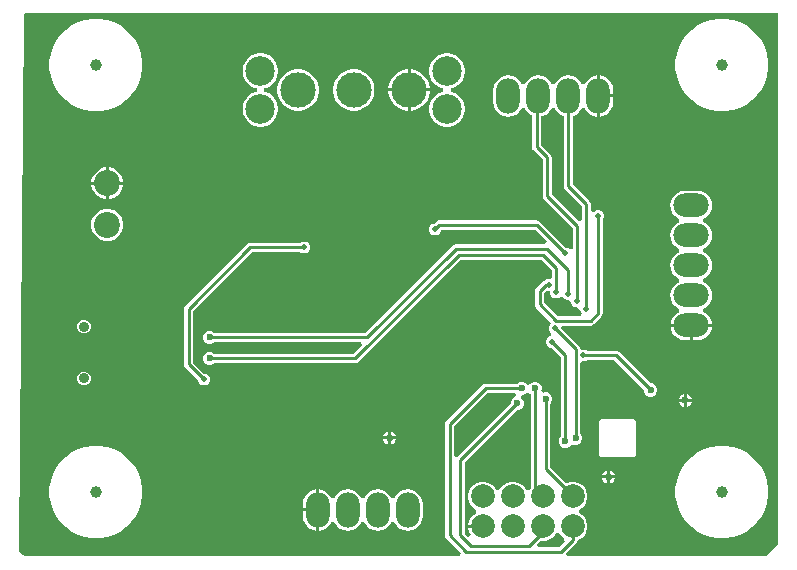
<source format=gbl>
G04*
G04 #@! TF.GenerationSoftware,Altium Limited,Altium Designer,24.10.1 (45)*
G04*
G04 Layer_Physical_Order=2*
G04 Layer_Color=16711680*
%FSLAX25Y25*%
%MOIN*%
G70*
G04*
G04 #@! TF.SameCoordinates,545B6B6C-97C6-4FAA-9EA4-23BCF6F6AA29*
G04*
G04*
G04 #@! TF.FilePolarity,Positive*
G04*
G01*
G75*
%ADD69C,0.01000*%
%ADD72O,0.07874X0.11811*%
%ADD73O,0.11811X0.07874*%
%ADD74C,0.07874*%
%ADD75C,0.11811*%
%ADD76C,0.09843*%
%ADD77C,0.03543*%
%ADD78C,0.03937*%
%ADD79C,0.08661*%
%ADD80C,0.02362*%
%ADD81C,0.01968*%
G36*
X167442Y55923D02*
X167618Y55681D01*
X167606Y55448D01*
X167215Y54536D01*
X166764Y54349D01*
X166151Y53736D01*
X165819Y52934D01*
Y52482D01*
X148029Y34692D01*
X147573Y34764D01*
X147029Y35051D01*
Y44866D01*
X158133Y55971D01*
X167350D01*
X167442Y55923D01*
D02*
G37*
G36*
X172471Y55555D02*
Y24395D01*
X172056Y23677D01*
X171760Y23593D01*
X171240D01*
X170944Y23677D01*
X170451Y24531D01*
X169531Y25451D01*
X168406Y26101D01*
X167150Y26437D01*
X165850D01*
X164594Y26101D01*
X163469Y25451D01*
X162549Y24531D01*
X162056Y23677D01*
X161760Y23593D01*
X161240D01*
X160944Y23677D01*
X160451Y24531D01*
X159531Y25451D01*
X158406Y26101D01*
X157150Y26437D01*
X155850D01*
X154594Y26101D01*
X153469Y25451D01*
X152549Y24531D01*
X151899Y23406D01*
X151563Y22150D01*
Y20850D01*
X151899Y19594D01*
X152549Y18469D01*
X153469Y17549D01*
X154323Y17056D01*
X154407Y16760D01*
Y16240D01*
X154323Y15944D01*
X153469Y15451D01*
X152549Y14531D01*
X151899Y13406D01*
X151563Y12150D01*
Y12000D01*
X156500D01*
Y11000D01*
X151563D01*
Y10850D01*
X151899Y9594D01*
X152469Y8608D01*
X151669Y7994D01*
X150529Y9133D01*
Y32866D01*
X167982Y50319D01*
X168434D01*
X169236Y50651D01*
X169849Y51265D01*
X170181Y52066D01*
Y52934D01*
X169849Y53736D01*
X169266Y54319D01*
X169273Y54481D01*
X169507Y55319D01*
X169934D01*
X170736Y55651D01*
X171151Y56066D01*
X171554Y56146D01*
X172471Y55555D01*
D02*
G37*
G36*
X182056Y9323D02*
X182549Y8469D01*
X183469Y7549D01*
X183656Y7441D01*
X183787Y6450D01*
X181867Y4529D01*
X174999D01*
X174616Y5453D01*
X175752Y6589D01*
X175850Y6563D01*
X177150D01*
X178406Y6899D01*
X179531Y7549D01*
X180451Y8469D01*
X180944Y9323D01*
X181240Y9407D01*
X181760D01*
X182056Y9323D01*
D02*
G37*
G36*
X255000Y5500D02*
X251029Y1529D01*
X184607D01*
X184192Y2529D01*
X187581Y5918D01*
X187913Y6415D01*
X187987Y6787D01*
X188406Y6899D01*
X189531Y7549D01*
X190451Y8469D01*
X191101Y9594D01*
X191437Y10850D01*
Y12150D01*
X191101Y13406D01*
X190451Y14531D01*
X189531Y15451D01*
X188678Y15944D01*
X188593Y16240D01*
Y16760D01*
X188678Y17056D01*
X189531Y17549D01*
X190451Y18469D01*
X191101Y19594D01*
X191437Y20850D01*
Y22150D01*
X191101Y23406D01*
X190451Y24531D01*
X189531Y25451D01*
X188406Y26101D01*
X187150Y26437D01*
X185850D01*
X184594Y26101D01*
X184257Y25906D01*
X179029Y31133D01*
Y52445D01*
X179349Y52764D01*
X179681Y53566D01*
Y54434D01*
X179349Y55235D01*
X178735Y55849D01*
X177934Y56181D01*
X177066D01*
X176862Y56097D01*
X176096Y56862D01*
X176181Y57066D01*
Y57934D01*
X175849Y58736D01*
X175235Y59349D01*
X174434Y59681D01*
X173566D01*
X172765Y59349D01*
X172349Y58934D01*
X171750Y58815D01*
X171151Y58934D01*
X170736Y59349D01*
X169934Y59681D01*
X169066D01*
X168264Y59349D01*
X167945Y59029D01*
X157500D01*
X156915Y58913D01*
X156419Y58581D01*
X144419Y46581D01*
X144087Y46085D01*
X143971Y45500D01*
Y8500D01*
X144087Y7915D01*
X144419Y7419D01*
X149308Y2529D01*
X148893Y1529D01*
X5000D01*
X4972Y1524D01*
X4099Y1639D01*
X3260Y1986D01*
X2539Y2539D01*
X1986Y3260D01*
X1938Y3377D01*
X3494Y182293D01*
X4000Y182500D01*
X255000D01*
Y5500D01*
D02*
G37*
%LPC*%
G36*
X185000Y161948D02*
X183711Y161778D01*
X182510Y161281D01*
X181479Y160490D01*
X180687Y159458D01*
X180541Y159105D01*
X179459D01*
X179313Y159458D01*
X178521Y160490D01*
X177490Y161281D01*
X176289Y161778D01*
X175000Y161948D01*
X173711Y161778D01*
X172510Y161281D01*
X171479Y160490D01*
X170687Y159458D01*
X170541Y159105D01*
X169459D01*
X169313Y159458D01*
X168521Y160490D01*
X167490Y161281D01*
X166289Y161778D01*
X165000Y161948D01*
X163711Y161778D01*
X162510Y161281D01*
X161479Y160490D01*
X160687Y159458D01*
X160190Y158257D01*
X160020Y156968D01*
Y153032D01*
X160190Y151743D01*
X160687Y150542D01*
X161479Y149510D01*
X162510Y148719D01*
X163711Y148222D01*
X165000Y148052D01*
X166289Y148222D01*
X167490Y148719D01*
X168521Y149510D01*
X169313Y150542D01*
X169459Y150895D01*
X170541D01*
X170687Y150542D01*
X171479Y149510D01*
X172510Y148719D01*
X172971Y148528D01*
Y138000D01*
X173087Y137415D01*
X173419Y136919D01*
X176471Y133867D01*
Y121500D01*
X176587Y120915D01*
X176919Y120419D01*
X186471Y110866D01*
Y104142D01*
X186450Y104129D01*
X185471Y103835D01*
X185124Y104182D01*
X184395Y104484D01*
X184179D01*
X175581Y113081D01*
X175085Y113413D01*
X174500Y113529D01*
X142000D01*
X141415Y113413D01*
X140919Y113081D01*
X140321Y112484D01*
X140105D01*
X139376Y112182D01*
X138818Y111624D01*
X138516Y110895D01*
Y110105D01*
X138818Y109376D01*
X139376Y108818D01*
X140105Y108516D01*
X140895D01*
X141624Y108818D01*
X142182Y109376D01*
X142484Y110105D01*
Y110321D01*
X142633Y110471D01*
X173866D01*
X177808Y106529D01*
X177393Y105529D01*
X147500D01*
X146915Y105413D01*
X146419Y105081D01*
X117367Y76029D01*
X67055D01*
X66736Y76349D01*
X65934Y76681D01*
X65066D01*
X64265Y76349D01*
X63651Y75735D01*
X63319Y74934D01*
Y74066D01*
X63651Y73264D01*
X64265Y72651D01*
X65066Y72319D01*
X65934D01*
X66736Y72651D01*
X67055Y72971D01*
X116001D01*
X116384Y72047D01*
X113366Y69029D01*
X67055D01*
X66736Y69349D01*
X65934Y69681D01*
X65066D01*
X64265Y69349D01*
X63651Y68735D01*
X63319Y67934D01*
Y67066D01*
X63651Y66264D01*
X64265Y65651D01*
X65066Y65319D01*
X65934D01*
X66736Y65651D01*
X67055Y65971D01*
X114000D01*
X114585Y66087D01*
X115081Y66419D01*
X149134Y100471D01*
X175866D01*
X179471Y96867D01*
Y94369D01*
X178895Y93984D01*
X178105D01*
X177376Y93682D01*
X177155Y93461D01*
X176915Y93413D01*
X176419Y93081D01*
X174419Y91081D01*
X174087Y90585D01*
X173971Y90000D01*
Y85500D01*
X174087Y84915D01*
X174419Y84419D01*
X179422Y79415D01*
X179376Y79182D01*
X178818Y78624D01*
X178516Y77895D01*
Y77105D01*
X178818Y76376D01*
X179210Y75984D01*
X179145Y75363D01*
X179119Y75263D01*
X178962Y74925D01*
X178376Y74682D01*
X177818Y74124D01*
X177516Y73395D01*
Y72605D01*
X177818Y71876D01*
X178376Y71318D01*
X179105Y71016D01*
X179321D01*
X182471Y67866D01*
Y41555D01*
X182151Y41236D01*
X181819Y40434D01*
Y39566D01*
X182151Y38765D01*
X182764Y38151D01*
X183566Y37819D01*
X184434D01*
X185236Y38151D01*
X185849Y38765D01*
X186970Y38859D01*
X187066Y38819D01*
X187934D01*
X188735Y39151D01*
X189349Y39764D01*
X189681Y40566D01*
Y41434D01*
X189349Y42235D01*
X189029Y42555D01*
Y66131D01*
X189605Y66516D01*
X190395D01*
X191124Y66818D01*
X191277Y66971D01*
X200366D01*
X210319Y57018D01*
Y56566D01*
X210651Y55765D01*
X211264Y55151D01*
X212066Y54819D01*
X212934D01*
X213736Y55151D01*
X214349Y55765D01*
X214681Y56566D01*
Y57434D01*
X214349Y58236D01*
X213736Y58849D01*
X212934Y59181D01*
X212482D01*
X202081Y69581D01*
X201585Y69913D01*
X201000Y70029D01*
X191277D01*
X191124Y70182D01*
X190395Y70484D01*
X189605D01*
X188913Y71085D01*
X188581Y71581D01*
X182692Y77471D01*
X182986Y78471D01*
X192500D01*
X193085Y78587D01*
X193581Y78919D01*
X196081Y81419D01*
X196413Y81915D01*
X196529Y82500D01*
Y107500D01*
Y113723D01*
X196682Y113876D01*
X196984Y114605D01*
Y115395D01*
X196682Y116124D01*
X196124Y116682D01*
X195395Y116984D01*
X194605D01*
X193876Y116682D01*
X193529Y116335D01*
X192550Y116629D01*
X192529Y116642D01*
Y119000D01*
X192413Y119585D01*
X192081Y120081D01*
X186529Y125634D01*
Y148321D01*
X187490Y148719D01*
X188521Y149510D01*
X189313Y150542D01*
X189459Y150895D01*
X190541D01*
X190688Y150542D01*
X191479Y149510D01*
X192510Y148719D01*
X193711Y148222D01*
X194500Y148118D01*
Y155000D01*
Y161882D01*
X193711Y161778D01*
X192510Y161281D01*
X191479Y160490D01*
X190688Y159458D01*
X190541Y159105D01*
X189459D01*
X189313Y159458D01*
X188521Y160490D01*
X187490Y161281D01*
X186289Y161778D01*
X185000Y161948D01*
D02*
G37*
G36*
X132680Y163906D02*
X132500D01*
Y157500D01*
X138906D01*
Y157680D01*
X138640Y159014D01*
X138120Y160271D01*
X137364Y161402D01*
X136402Y162364D01*
X135271Y163120D01*
X134014Y163640D01*
X132680Y163906D01*
D02*
G37*
G36*
X131500D02*
X131320D01*
X129986Y163640D01*
X128729Y163120D01*
X127598Y162364D01*
X126636Y161402D01*
X125880Y160271D01*
X125360Y159014D01*
X125094Y157680D01*
Y157500D01*
X131500D01*
Y163906D01*
D02*
G37*
G36*
X195500Y161882D02*
Y155500D01*
X199980D01*
Y156968D01*
X199810Y158257D01*
X199312Y159458D01*
X198521Y160490D01*
X197490Y161281D01*
X196289Y161778D01*
X195500Y161882D01*
D02*
G37*
G36*
X138906Y156500D02*
X132500D01*
Y150094D01*
X132680D01*
X134014Y150360D01*
X135271Y150880D01*
X136402Y151636D01*
X137364Y152598D01*
X138120Y153729D01*
X138640Y154986D01*
X138906Y156320D01*
Y156500D01*
D02*
G37*
G36*
X131500D02*
X125094D01*
Y156320D01*
X125360Y154986D01*
X125880Y153729D01*
X126636Y152598D01*
X127598Y151636D01*
X128729Y150880D01*
X129986Y150360D01*
X131320Y150094D01*
X131500D01*
Y156500D01*
D02*
G37*
G36*
X114176Y163906D02*
X112816D01*
X111482Y163640D01*
X110225Y163120D01*
X109094Y162364D01*
X108132Y161402D01*
X107377Y160271D01*
X106856Y159014D01*
X106591Y157680D01*
Y156320D01*
X106856Y154986D01*
X107377Y153729D01*
X108132Y152598D01*
X109094Y151636D01*
X110225Y150880D01*
X111482Y150360D01*
X112816Y150094D01*
X114176D01*
X115510Y150360D01*
X116767Y150880D01*
X117898Y151636D01*
X118860Y152598D01*
X119616Y153729D01*
X120136Y154986D01*
X120402Y156320D01*
Y157680D01*
X120136Y159014D01*
X119616Y160271D01*
X118860Y161402D01*
X117898Y162364D01*
X116767Y163120D01*
X115510Y163640D01*
X114176Y163906D01*
D02*
G37*
G36*
X95672D02*
X94312D01*
X92978Y163640D01*
X91721Y163120D01*
X90590Y162364D01*
X89628Y161402D01*
X88872Y160271D01*
X88352Y159014D01*
X88087Y157680D01*
Y156320D01*
X88352Y154986D01*
X88872Y153729D01*
X89628Y152598D01*
X90590Y151636D01*
X91721Y150880D01*
X92978Y150360D01*
X94312Y150094D01*
X95672D01*
X97006Y150360D01*
X98263Y150880D01*
X99394Y151636D01*
X100356Y152598D01*
X101112Y153729D01*
X101632Y154986D01*
X101898Y156320D01*
Y157680D01*
X101632Y159014D01*
X101112Y160271D01*
X100356Y161402D01*
X99394Y162364D01*
X98263Y163120D01*
X97006Y163640D01*
X95672Y163906D01*
D02*
G37*
G36*
X237437Y180815D02*
X235004D01*
X232600Y180434D01*
X230286Y179682D01*
X228117Y178577D01*
X226149Y177147D01*
X224428Y175426D01*
X222997Y173458D01*
X221892Y171289D01*
X221141Y168975D01*
X220760Y166571D01*
Y164138D01*
X221141Y161734D01*
X221892Y159420D01*
X222997Y157251D01*
X224428Y155282D01*
X226149Y153562D01*
X228117Y152131D01*
X230286Y151026D01*
X232600Y150274D01*
X235004Y149894D01*
X237437D01*
X239841Y150274D01*
X242155Y151026D01*
X244324Y152131D01*
X246292Y153562D01*
X248013Y155282D01*
X249444Y157251D01*
X250548Y159420D01*
X251300Y161734D01*
X251681Y164138D01*
Y166571D01*
X251300Y168975D01*
X250548Y171289D01*
X249444Y173458D01*
X248013Y175426D01*
X246292Y177147D01*
X244324Y178577D01*
X242155Y179682D01*
X239841Y180434D01*
X237437Y180815D01*
D02*
G37*
G36*
X28776D02*
X26342D01*
X23939Y180434D01*
X21624Y179682D01*
X19456Y178577D01*
X17487Y177147D01*
X15766Y175426D01*
X14336Y173458D01*
X13231Y171289D01*
X12479Y168975D01*
X12098Y166571D01*
Y164138D01*
X12479Y161734D01*
X13231Y159420D01*
X14336Y157251D01*
X15766Y155282D01*
X17487Y153562D01*
X19456Y152131D01*
X21624Y151026D01*
X23939Y150274D01*
X26342Y149894D01*
X28776D01*
X31179Y150274D01*
X33494Y151026D01*
X35662Y152131D01*
X37631Y153562D01*
X39352Y155282D01*
X40782Y157251D01*
X41887Y159420D01*
X42639Y161734D01*
X43020Y164138D01*
Y166571D01*
X42639Y168975D01*
X41887Y171289D01*
X40782Y173458D01*
X39352Y175426D01*
X37631Y177147D01*
X35662Y178577D01*
X33494Y179682D01*
X31179Y180434D01*
X28776Y180815D01*
D02*
G37*
G36*
X199980Y154500D02*
X195500D01*
Y148118D01*
X196289Y148222D01*
X197490Y148719D01*
X198521Y149510D01*
X199312Y150542D01*
X199810Y151743D01*
X199980Y153032D01*
Y154500D01*
D02*
G37*
G36*
X145182Y169220D02*
X144015D01*
X142871Y168993D01*
X141794Y168547D01*
X140824Y167899D01*
X139999Y167074D01*
X139351Y166104D01*
X138905Y165026D01*
X138677Y163882D01*
Y162716D01*
X138905Y161572D01*
X139351Y160494D01*
X139999Y159525D01*
X140824Y158700D01*
X141794Y158052D01*
X142871Y157606D01*
X143352Y157510D01*
Y156490D01*
X142871Y156395D01*
X141794Y155948D01*
X140824Y155300D01*
X139999Y154475D01*
X139351Y153506D01*
X138905Y152428D01*
X138677Y151284D01*
Y150118D01*
X138905Y148974D01*
X139351Y147896D01*
X139999Y146926D01*
X140824Y146101D01*
X141794Y145453D01*
X142871Y145007D01*
X144015Y144780D01*
X145182D01*
X146326Y145007D01*
X147403Y145453D01*
X148373Y146101D01*
X149198Y146926D01*
X149846Y147896D01*
X150292Y148974D01*
X150520Y150118D01*
Y151284D01*
X150292Y152428D01*
X149846Y153506D01*
X149198Y154475D01*
X148373Y155300D01*
X147403Y155948D01*
X146326Y156395D01*
X145844Y156490D01*
Y157510D01*
X146326Y157606D01*
X147403Y158052D01*
X148373Y158700D01*
X149198Y159525D01*
X149846Y160494D01*
X150292Y161572D01*
X150520Y162716D01*
Y163882D01*
X150292Y165026D01*
X149846Y166104D01*
X149198Y167074D01*
X148373Y167899D01*
X147403Y168547D01*
X146326Y168993D01*
X145182Y169220D01*
D02*
G37*
G36*
X82977D02*
X81810D01*
X80667Y168993D01*
X79589Y168547D01*
X78619Y167899D01*
X77794Y167074D01*
X77146Y166104D01*
X76700Y165026D01*
X76472Y163882D01*
Y162716D01*
X76700Y161572D01*
X77146Y160494D01*
X77794Y159525D01*
X78619Y158700D01*
X79589Y158052D01*
X80667Y157606D01*
X81148Y157510D01*
Y156490D01*
X80667Y156395D01*
X79589Y155948D01*
X78619Y155300D01*
X77794Y154475D01*
X77146Y153506D01*
X76700Y152428D01*
X76472Y151284D01*
Y150118D01*
X76700Y148974D01*
X77146Y147896D01*
X77794Y146926D01*
X78619Y146101D01*
X79589Y145453D01*
X80667Y145007D01*
X81810Y144780D01*
X82977D01*
X84121Y145007D01*
X85198Y145453D01*
X86168Y146101D01*
X86993Y146926D01*
X87641Y147896D01*
X88087Y148974D01*
X88315Y150118D01*
Y151284D01*
X88087Y152428D01*
X87641Y153506D01*
X86993Y154475D01*
X86168Y155300D01*
X85198Y155948D01*
X84121Y156395D01*
X83640Y156490D01*
Y157510D01*
X84121Y157606D01*
X85198Y158052D01*
X86168Y158700D01*
X86993Y159525D01*
X87641Y160494D01*
X88087Y161572D01*
X88315Y162716D01*
Y163882D01*
X88087Y165026D01*
X87641Y166104D01*
X86993Y167074D01*
X86168Y167899D01*
X85198Y168547D01*
X84121Y168993D01*
X82977Y169220D01*
D02*
G37*
G36*
X32088Y131220D02*
X31886D01*
Y126390D01*
X36716D01*
Y126592D01*
X36353Y127947D01*
X35651Y129163D01*
X34659Y130155D01*
X33443Y130857D01*
X32088Y131220D01*
D02*
G37*
G36*
X30886D02*
X30684D01*
X29328Y130857D01*
X28113Y130155D01*
X27120Y129163D01*
X26418Y127947D01*
X26055Y126592D01*
Y126390D01*
X30886D01*
Y131220D01*
D02*
G37*
G36*
X36716Y125390D02*
X31886D01*
Y120559D01*
X32088D01*
X33443Y120922D01*
X34659Y121624D01*
X35651Y122617D01*
X36353Y123832D01*
X36716Y125188D01*
Y125390D01*
D02*
G37*
G36*
X30886D02*
X26055D01*
Y125188D01*
X26418Y123832D01*
X27120Y122617D01*
X28113Y121624D01*
X29328Y120922D01*
X30684Y120559D01*
X30886D01*
Y125390D01*
D02*
G37*
G36*
X32088Y117441D02*
X30684D01*
X29328Y117078D01*
X28113Y116376D01*
X27120Y115383D01*
X26418Y114168D01*
X26055Y112812D01*
Y111408D01*
X26418Y110053D01*
X27120Y108837D01*
X28113Y107845D01*
X29328Y107143D01*
X30684Y106780D01*
X32088D01*
X33443Y107143D01*
X34659Y107845D01*
X35651Y108837D01*
X36353Y110053D01*
X36716Y111408D01*
Y112812D01*
X36353Y114168D01*
X35651Y115383D01*
X34659Y116376D01*
X33443Y117078D01*
X32088Y117441D01*
D02*
G37*
G36*
X97395Y106484D02*
X96605D01*
X95876Y106182D01*
X95723Y106029D01*
X79000D01*
X78415Y105913D01*
X77919Y105581D01*
X57419Y85081D01*
X57087Y84585D01*
X56971Y84000D01*
Y65500D01*
X57087Y64915D01*
X57419Y64419D01*
X61516Y60321D01*
Y60105D01*
X61818Y59376D01*
X62376Y58818D01*
X63105Y58516D01*
X63895D01*
X64624Y58818D01*
X65182Y59376D01*
X65484Y60105D01*
Y60895D01*
X65182Y61624D01*
X64624Y62182D01*
X63895Y62484D01*
X63679D01*
X60029Y66133D01*
Y83367D01*
X79633Y102971D01*
X95723D01*
X95876Y102818D01*
X96605Y102516D01*
X97395D01*
X98124Y102818D01*
X98682Y103376D01*
X98984Y104105D01*
Y104895D01*
X98682Y105624D01*
X98124Y106182D01*
X97395Y106484D01*
D02*
G37*
G36*
X227969Y123480D02*
X224031D01*
X222743Y123310D01*
X221542Y122812D01*
X220510Y122021D01*
X219719Y120990D01*
X219222Y119789D01*
X219052Y118500D01*
X219222Y117211D01*
X219719Y116010D01*
X220510Y114979D01*
X221542Y114188D01*
X221895Y114041D01*
Y112959D01*
X221542Y112812D01*
X220510Y112021D01*
X219719Y110990D01*
X219222Y109789D01*
X219052Y108500D01*
X219222Y107211D01*
X219719Y106010D01*
X220510Y104979D01*
X221542Y104188D01*
X221895Y104041D01*
Y102959D01*
X221542Y102813D01*
X220510Y102021D01*
X219719Y100990D01*
X219222Y99789D01*
X219052Y98500D01*
X219222Y97211D01*
X219719Y96010D01*
X220510Y94979D01*
X221542Y94187D01*
X221895Y94041D01*
Y92959D01*
X221542Y92813D01*
X220510Y92021D01*
X219719Y90990D01*
X219222Y89789D01*
X219052Y88500D01*
X219222Y87211D01*
X219719Y86010D01*
X220510Y84979D01*
X221542Y84188D01*
X221895Y84041D01*
Y82959D01*
X221542Y82812D01*
X220510Y82021D01*
X219719Y80990D01*
X219222Y79789D01*
X219118Y79000D01*
X226000D01*
X232882D01*
X232778Y79789D01*
X232281Y80990D01*
X231490Y82021D01*
X230458Y82812D01*
X230105Y82959D01*
Y84041D01*
X230458Y84188D01*
X231490Y84979D01*
X232281Y86010D01*
X232778Y87211D01*
X232948Y88500D01*
X232778Y89789D01*
X232281Y90990D01*
X231490Y92021D01*
X230458Y92813D01*
X230105Y92959D01*
Y94041D01*
X230458Y94187D01*
X231490Y94979D01*
X232281Y96010D01*
X232778Y97211D01*
X232948Y98500D01*
X232778Y99789D01*
X232281Y100990D01*
X231490Y102021D01*
X230458Y102813D01*
X230105Y102959D01*
Y104041D01*
X230458Y104188D01*
X231490Y104979D01*
X232281Y106010D01*
X232778Y107211D01*
X232948Y108500D01*
X232778Y109789D01*
X232281Y110990D01*
X231490Y112021D01*
X230458Y112812D01*
X230105Y112959D01*
Y114041D01*
X230458Y114188D01*
X231490Y114979D01*
X232281Y116010D01*
X232778Y117211D01*
X232948Y118500D01*
X232778Y119789D01*
X232281Y120990D01*
X231490Y122021D01*
X230458Y122812D01*
X229257Y123310D01*
X227969Y123480D01*
D02*
G37*
G36*
X23971Y80433D02*
X23068D01*
X22233Y80087D01*
X21594Y79448D01*
X21248Y78613D01*
Y77710D01*
X21594Y76875D01*
X22233Y76236D01*
X23068Y75890D01*
X23971D01*
X24806Y76236D01*
X25446Y76875D01*
X25791Y77710D01*
Y78613D01*
X25446Y79448D01*
X24806Y80087D01*
X23971Y80433D01*
D02*
G37*
G36*
X232882Y78000D02*
X226500D01*
Y73520D01*
X227969D01*
X229257Y73690D01*
X230458Y74187D01*
X231490Y74979D01*
X232281Y76010D01*
X232778Y77211D01*
X232882Y78000D01*
D02*
G37*
G36*
X225500D02*
X219118D01*
X219222Y77211D01*
X219719Y76010D01*
X220510Y74979D01*
X221542Y74187D01*
X222743Y73690D01*
X224031Y73520D01*
X225500D01*
Y78000D01*
D02*
G37*
G36*
X23971Y63110D02*
X23068D01*
X22233Y62764D01*
X21594Y62125D01*
X21248Y61290D01*
Y60387D01*
X21594Y59552D01*
X22233Y58913D01*
X23068Y58567D01*
X23971D01*
X24806Y58913D01*
X25446Y59552D01*
X25791Y60387D01*
Y61290D01*
X25446Y62125D01*
X24806Y62764D01*
X23971Y63110D01*
D02*
G37*
G36*
X224500Y55654D02*
Y54000D01*
X226154D01*
X225849Y54735D01*
X225236Y55349D01*
X224500Y55654D01*
D02*
G37*
G36*
X223500D02*
X222764Y55349D01*
X222151Y54735D01*
X221846Y54000D01*
X223500D01*
Y55654D01*
D02*
G37*
G36*
X226154Y53000D02*
X224500D01*
Y51346D01*
X225236Y51651D01*
X225849Y52264D01*
X226154Y53000D01*
D02*
G37*
G36*
X223500D02*
X221846D01*
X222151Y52264D01*
X222764Y51651D01*
X223500Y51346D01*
Y53000D01*
D02*
G37*
G36*
X126000Y43154D02*
Y41500D01*
X127654D01*
X127349Y42235D01*
X126735Y42849D01*
X126000Y43154D01*
D02*
G37*
G36*
X125000D02*
X124265Y42849D01*
X123651Y42235D01*
X123346Y41500D01*
X125000D01*
Y43154D01*
D02*
G37*
G36*
X127654Y40500D02*
X126000D01*
Y38846D01*
X126735Y39151D01*
X127349Y39764D01*
X127654Y40500D01*
D02*
G37*
G36*
X125000D02*
X123346D01*
X123651Y39764D01*
X124265Y39151D01*
X125000Y38846D01*
Y40500D01*
D02*
G37*
G36*
X206618Y47335D02*
X196382D01*
X195992Y47257D01*
X195661Y47036D01*
X195440Y46705D01*
X195362Y46315D01*
Y35685D01*
X195440Y35295D01*
X195661Y34964D01*
X195992Y34743D01*
X196382Y34665D01*
X206618D01*
X207008Y34743D01*
X207339Y34964D01*
X207560Y35295D01*
X207638Y35685D01*
Y46315D01*
X207560Y46705D01*
X207339Y47036D01*
X207008Y47257D01*
X206618Y47335D01*
D02*
G37*
G36*
X199000Y30154D02*
Y28500D01*
X200654D01*
X200349Y29236D01*
X199735Y29849D01*
X199000Y30154D01*
D02*
G37*
G36*
X198000D02*
X197265Y29849D01*
X196651Y29236D01*
X196346Y28500D01*
X198000D01*
Y30154D01*
D02*
G37*
G36*
X200654Y27500D02*
X199000D01*
Y25846D01*
X199735Y26151D01*
X200349Y26765D01*
X200654Y27500D01*
D02*
G37*
G36*
X198000D02*
X196346D01*
X196651Y26765D01*
X197265Y26151D01*
X198000Y25846D01*
Y27500D01*
D02*
G37*
G36*
X131500Y23948D02*
X130211Y23778D01*
X129010Y23281D01*
X127979Y22490D01*
X127188Y21458D01*
X127041Y21105D01*
X125959D01*
X125812Y21458D01*
X125021Y22490D01*
X123990Y23281D01*
X122789Y23778D01*
X121500Y23948D01*
X120211Y23778D01*
X119010Y23281D01*
X117979Y22490D01*
X117188Y21458D01*
X117041Y21105D01*
X115959D01*
X115813Y21458D01*
X115021Y22490D01*
X113990Y23281D01*
X112789Y23778D01*
X111500Y23948D01*
X110211Y23778D01*
X109010Y23281D01*
X107979Y22490D01*
X107187Y21458D01*
X107041Y21105D01*
X105959D01*
X105813Y21458D01*
X105021Y22490D01*
X103990Y23281D01*
X102789Y23778D01*
X102000Y23882D01*
Y17000D01*
Y10118D01*
X102789Y10222D01*
X103990Y10719D01*
X105021Y11510D01*
X105813Y12542D01*
X105959Y12895D01*
X107041D01*
X107187Y12542D01*
X107979Y11510D01*
X109010Y10719D01*
X110211Y10222D01*
X111500Y10052D01*
X112789Y10222D01*
X113990Y10719D01*
X115021Y11510D01*
X115813Y12542D01*
X115959Y12895D01*
X117041D01*
X117188Y12542D01*
X117979Y11510D01*
X119010Y10719D01*
X120211Y10222D01*
X121500Y10052D01*
X122789Y10222D01*
X123990Y10719D01*
X125021Y11510D01*
X125812Y12542D01*
X125959Y12895D01*
X127041D01*
X127188Y12542D01*
X127979Y11510D01*
X129010Y10719D01*
X130211Y10222D01*
X131500Y10052D01*
X132789Y10222D01*
X133990Y10719D01*
X135021Y11510D01*
X135812Y12542D01*
X136310Y13743D01*
X136480Y15032D01*
Y18969D01*
X136310Y20257D01*
X135812Y21458D01*
X135021Y22490D01*
X133990Y23281D01*
X132789Y23778D01*
X131500Y23948D01*
D02*
G37*
G36*
X101000Y23882D02*
X100211Y23778D01*
X99010Y23281D01*
X97979Y22490D01*
X97188Y21458D01*
X96690Y20257D01*
X96520Y18969D01*
Y17500D01*
X101000D01*
Y23882D01*
D02*
G37*
G36*
Y16500D02*
X96520D01*
Y15032D01*
X96690Y13743D01*
X97188Y12542D01*
X97979Y11510D01*
X99010Y10719D01*
X100211Y10222D01*
X101000Y10118D01*
Y16500D01*
D02*
G37*
G36*
X237437Y38461D02*
X235004D01*
X232600Y38080D01*
X230286Y37328D01*
X228117Y36223D01*
X226149Y34793D01*
X224428Y33072D01*
X222997Y31103D01*
X221892Y28935D01*
X221141Y26620D01*
X220760Y24217D01*
Y21783D01*
X221141Y19380D01*
X221892Y17065D01*
X222997Y14897D01*
X224428Y12928D01*
X226149Y11207D01*
X228117Y9777D01*
X230286Y8672D01*
X232600Y7920D01*
X235004Y7539D01*
X237437D01*
X239841Y7920D01*
X242155Y8672D01*
X244324Y9777D01*
X246292Y11207D01*
X248013Y12928D01*
X249444Y14897D01*
X250548Y17065D01*
X251300Y19380D01*
X251681Y21783D01*
Y24217D01*
X251300Y26620D01*
X250548Y28935D01*
X249444Y31103D01*
X248013Y33072D01*
X246292Y34793D01*
X244324Y36223D01*
X242155Y37328D01*
X239841Y38080D01*
X237437Y38461D01*
D02*
G37*
G36*
X28776D02*
X26342D01*
X23939Y38080D01*
X21624Y37328D01*
X19456Y36223D01*
X17487Y34793D01*
X15766Y33072D01*
X14336Y31103D01*
X13231Y28935D01*
X12479Y26620D01*
X12098Y24217D01*
Y21783D01*
X12479Y19380D01*
X13231Y17065D01*
X14336Y14897D01*
X15766Y12928D01*
X17487Y11207D01*
X19456Y9777D01*
X21624Y8672D01*
X23939Y7920D01*
X26342Y7539D01*
X28776D01*
X31179Y7920D01*
X33494Y8672D01*
X35662Y9777D01*
X37631Y11207D01*
X39352Y12928D01*
X40782Y14897D01*
X41887Y17065D01*
X42639Y19380D01*
X43020Y21783D01*
Y24217D01*
X42639Y26620D01*
X41887Y28935D01*
X40782Y31103D01*
X39352Y33072D01*
X37631Y34793D01*
X35662Y36223D01*
X33494Y37328D01*
X31179Y38080D01*
X28776Y38461D01*
D02*
G37*
%LPD*%
G36*
X180687Y150542D02*
X181479Y149510D01*
X182510Y148719D01*
X183471Y148321D01*
Y125000D01*
X183587Y124415D01*
X183919Y123919D01*
X189471Y118367D01*
Y113607D01*
X188471Y113192D01*
X179529Y122134D01*
Y134500D01*
X179413Y135085D01*
X179081Y135581D01*
X176029Y138634D01*
Y148187D01*
X176289Y148222D01*
X177490Y148719D01*
X178521Y149510D01*
X179313Y150542D01*
X179459Y150895D01*
X180541D01*
X180687Y150542D01*
D02*
G37*
G36*
X178105Y90016D02*
X178909Y89909D01*
X179016Y89105D01*
X179318Y88376D01*
X179876Y87818D01*
X180605Y87516D01*
X181395D01*
X182124Y87818D01*
X182220Y87914D01*
X183297Y87877D01*
X183403Y87791D01*
X183876Y87318D01*
X184605Y87016D01*
X185092D01*
X185428Y86972D01*
X186016Y86191D01*
Y86105D01*
X186318Y85376D01*
X186876Y84818D01*
X187605Y84516D01*
X188092D01*
X188428Y84472D01*
X189016Y83691D01*
Y83605D01*
X189318Y82876D01*
X189664Y82529D01*
X189372Y81550D01*
X189358Y81529D01*
X181633D01*
X177029Y86133D01*
Y89367D01*
X177804Y90141D01*
X178105Y90016D01*
D02*
G37*
D69*
X65500Y67500D02*
X114000D01*
X148500Y102000D02*
X176500D01*
X114000Y67500D02*
X148500Y102000D01*
X65500Y74500D02*
X118000D01*
X147500Y104000D02*
X178000D01*
X118000Y74500D02*
X147500Y104000D01*
X178000D02*
X185000Y97000D01*
X58500Y65500D02*
Y84000D01*
Y65500D02*
X63500Y60500D01*
X58500Y84000D02*
X79000Y104500D01*
X97000D01*
X140500Y110500D02*
X142000Y112000D01*
X174500D01*
X184000Y102500D01*
X185000Y91000D02*
Y97000D01*
Y89000D02*
Y91000D01*
X191000Y84000D02*
Y119000D01*
X185000Y125000D02*
X191000Y119000D01*
X185000Y125000D02*
Y155000D01*
X174500Y154500D02*
X175000Y155000D01*
X174500Y138000D02*
Y154500D01*
Y138000D02*
X178000Y134500D01*
Y121500D02*
Y134500D01*
Y121500D02*
X188000Y111500D01*
Y86500D02*
Y111500D01*
X181000Y80000D02*
X192500D01*
X175500Y85500D02*
Y90000D01*
Y85500D02*
X181000Y80000D01*
X195000Y82500D02*
Y107500D01*
X192500Y80000D02*
X195000Y82500D01*
Y107500D02*
Y115000D01*
X177500Y92000D02*
X178500D01*
X175500Y90000D02*
X177500Y92000D01*
X176500Y102000D02*
X181000Y97500D01*
Y89500D02*
Y97500D01*
X177500Y30500D02*
X186500Y21500D01*
X177500Y30500D02*
Y54000D01*
X174000Y24000D02*
X176500Y21500D01*
X174000Y24000D02*
Y57500D01*
X149000Y8500D02*
X152500Y5000D01*
X172000D02*
X176500Y9500D01*
X152500Y5000D02*
X172000D01*
X149000Y8500D02*
Y33500D01*
X176500Y9500D02*
Y11500D01*
X149000Y33500D02*
X168000Y52500D01*
X145500Y8500D02*
Y45500D01*
X157500Y57500D02*
X169500D01*
X145500Y45500D02*
X157500Y57500D01*
X182500Y3000D02*
X186500Y7000D01*
Y11500D01*
X151000Y3000D02*
X182500D01*
X145500Y8500D02*
X151000Y3000D01*
X187500Y41000D02*
Y70500D01*
X180500Y77500D02*
X187500Y70500D01*
X184000Y40000D02*
Y68500D01*
X179500Y73000D02*
X184000Y68500D01*
X190000D02*
X201000D01*
X212500Y57000D01*
D72*
X121500Y17000D02*
D03*
X101500D02*
D03*
X131500D02*
D03*
X111500D02*
D03*
X175000Y155000D02*
D03*
X195000D02*
D03*
X165000D02*
D03*
X185000D02*
D03*
D73*
X226000Y88500D02*
D03*
Y108500D02*
D03*
Y78500D02*
D03*
Y118500D02*
D03*
Y98500D02*
D03*
D74*
X156500Y21500D02*
D03*
X166500D02*
D03*
X176500D02*
D03*
X186500D02*
D03*
Y11500D02*
D03*
X176500D02*
D03*
X166500D02*
D03*
X156500D02*
D03*
D75*
X94992Y157000D02*
D03*
X113496D02*
D03*
X132000D02*
D03*
D76*
X82394Y150701D02*
D03*
Y163299D02*
D03*
X144598Y150701D02*
D03*
Y163299D02*
D03*
D77*
X23520Y60839D02*
D03*
Y78161D02*
D03*
D78*
X236221Y23000D02*
D03*
X27559D02*
D03*
Y165354D02*
D03*
X236221D02*
D03*
D79*
X31386Y112110D02*
D03*
Y125890D02*
D03*
D80*
X224000Y53500D02*
D03*
X198500Y28000D02*
D03*
X125500Y41000D02*
D03*
X65500Y67500D02*
D03*
Y74500D02*
D03*
X169500Y57500D02*
D03*
X177500Y54000D02*
D03*
X174000Y57500D02*
D03*
X168000Y52500D02*
D03*
X184000Y40000D02*
D03*
X187500Y41000D02*
D03*
X212500Y57000D02*
D03*
D81*
X63500Y60500D02*
D03*
X97000Y104500D02*
D03*
X140500Y110500D02*
D03*
X184000Y102500D02*
D03*
X185000Y89000D02*
D03*
X195000Y115000D02*
D03*
X178500Y92000D02*
D03*
X191000Y84000D02*
D03*
X181000Y89500D02*
D03*
X188000Y86500D02*
D03*
X190000Y68500D02*
D03*
X179500Y73000D02*
D03*
X180500Y77500D02*
D03*
M02*

</source>
